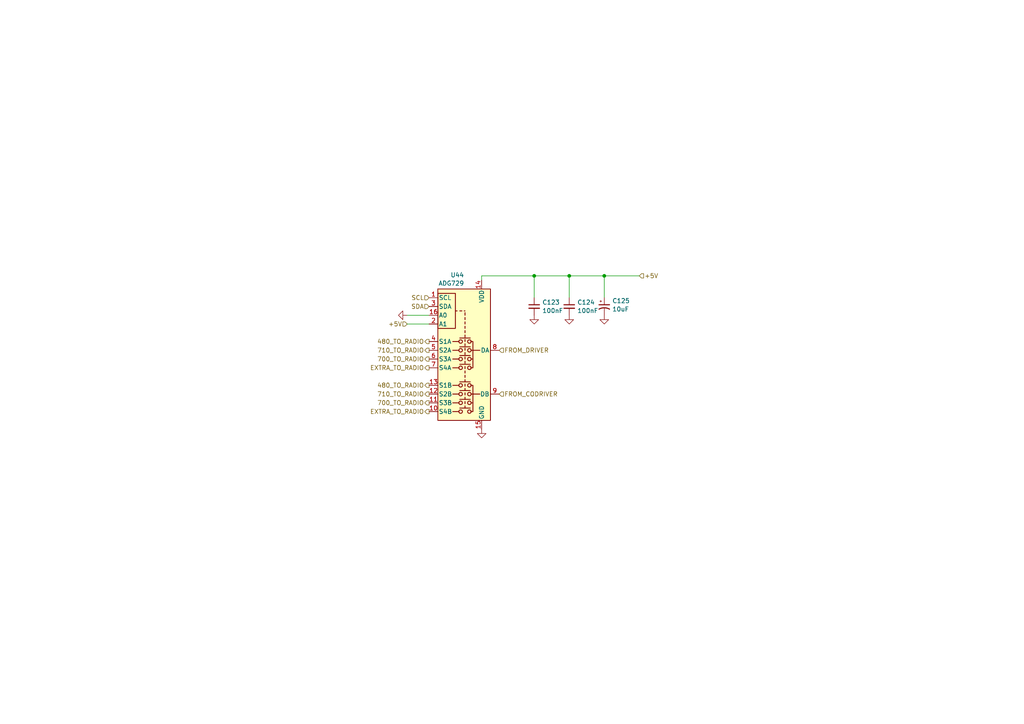
<source format=kicad_sch>
(kicad_sch (version 20250114) (generator "eeschema") (generator_version "9.0")
  (paper "A4")
  (lib_symbols
    (symbol "Analog_Switch:ADG729" (pin_names (offset 0.254))
      (property "Reference" "U" (at -7.62 20.955 0))
      (property "Value" "ADG729" (at -7.62 19.05 0))
      (symbol "ADG729_0_1"
        (rectangle (start -7.62 17.78) (end 7.62 -20.32) (stroke (width 0.254)) (fill (type background)))
        (rectangle (start -7.62 6.35) (end -2.54 16.51) (stroke (width 0.254)))
        (polyline (pts (xy -2.032 11.43) (xy -2.54 11.43)) (stroke (width 0.254)))
        (polyline (pts (xy -1.524 2.54) (xy -3.302 2.54)) (stroke (width 0.254)))
        (polyline (pts (xy -1.524 0) (xy -3.302 0)) (stroke (width 0.254)))
        (polyline (pts (xy -1.524 -2.54) (xy -3.302 -2.54)) (stroke (width 0.254)))
        (polyline (pts (xy -1.524 -5.08) (xy -3.302 -5.08)) (stroke (width 0.254)))
        (polyline (pts (xy -1.524 -10.16) (xy -3.302 -10.16)) (stroke (width 0.254)))
        (polyline (pts (xy -1.524 -12.7) (xy -3.302 -12.7)) (stroke (width 0.254)))
        (polyline (pts (xy -1.524 -15.24) (xy -3.302 -15.24)) (stroke (width 0.254)))
        (polyline (pts (xy -1.524 -17.78) (xy -3.302 -17.78)) (stroke (width 0.254)))
        (polyline (pts (xy -1.27 11.43) (xy -0.635 11.43)) (stroke (width 0.254)))
        (polyline (pts (xy -1.27 3.556) (xy 1.778 3.556)) (stroke (width 0.254)))
        (polyline (pts (xy -1.27 1.016) (xy 1.778 1.016)) (stroke (width 0.254)))
        (polyline (pts (xy -1.27 -1.524) (xy 1.778 -1.524)) (stroke (width 0.254)))
        (polyline (pts (xy -1.27 -4.064) (xy 1.778 -4.064)) (stroke (width 0.254)))
        (polyline (pts (xy -1.27 -9.144) (xy 1.778 -9.144)) (stroke (width 0.254)))
        (polyline (pts (xy -1.27 -11.684) (xy 1.778 -11.684)) (stroke (width 0.254)))
        (polyline (pts (xy -1.27 -14.224) (xy 1.778 -14.224)) (stroke (width 0.254)))
        (polyline (pts (xy -1.27 -16.764) (xy 1.778 -16.764)) (stroke (width 0.254)))
        (circle (center -1.016 2.54) (radius 0.508) (stroke (width 0.254)))
        (circle (center -1.016 0) (radius 0.508) (stroke (width 0.254)))
        (circle (center -1.016 -2.54) (radius 0.508) (stroke (width 0.254)))
        (circle (center -1.016 -5.08) (radius 0.508) (stroke (width 0.254)))
        (circle (center -1.016 -10.16) (radius 0.508) (stroke (width 0.254)))
        (circle (center -1.016 -12.7) (radius 0.508) (stroke (width 0.254)))
        (circle (center -1.016 -15.24) (radius 0.508) (stroke (width 0.254)))
        (circle (center -1.016 -17.78) (radius 0.508) (stroke (width 0.254)))
        (polyline (pts (xy 0.254 11.43) (xy 0 11.43)) (stroke (width 0.254)))
        (polyline (pts (xy 0.254 10.16) (xy 0.254 10.922)) (stroke (width 0.254)))
        (polyline (pts (xy 0.254 8.89) (xy 0.254 9.525)) (stroke (width 0.254)))
        (polyline (pts (xy 0.254 7.62) (xy 0.254 8.255)) (stroke (width 0.254)))
        (polyline (pts (xy 0.254 6.35) (xy 0.254 6.985)) (stroke (width 0.254)))
        (polyline (pts (xy 0.254 5.08) (xy 0.254 5.715)) (stroke (width 0.254)))
        (polyline (pts (xy 0.254 3.81) (xy 0.254 4.445)) (stroke (width 0.254)))
        (polyline (pts (xy 0.254 2.54) (xy 0.254 3.175)) (stroke (width 0.254)))
        (polyline (pts (xy 0.254 1.27) (xy 0.254 1.905)) (stroke (width 0.254)))
        (polyline (pts (xy 0.254 0) (xy 0.254 0.635)) (stroke (width 0.254)))
        (polyline (pts (xy 0.254 -1.27) (xy 0.254 -0.635)) (stroke (width 0.254)))
        (polyline (pts (xy 0.254 -2.54) (xy 0.254 -1.905)) (stroke (width 0.254)))
        (polyline (pts (xy 0.254 -3.81) (xy 0.254 -3.175)) (stroke (width 0.254)))
        (polyline (pts (xy 0.254 -5.334) (xy 0.254 -4.699)) (stroke (width 0.254)))
        (polyline (pts (xy 0.254 -6.604) (xy 0.254 -5.969)) (stroke (width 0.254)))
        (polyline (pts (xy 0.254 -7.874) (xy 0.254 -7.239)) (stroke (width 0.254)))
        (polyline (pts (xy 0.254 -9.144) (xy 0.254 -8.509)) (stroke (width 0.254)))
        (polyline (pts (xy 0.254 -10.414) (xy 0.254 -9.779)) (stroke (width 0.254)))
        (polyline (pts (xy 0.254 -11.684) (xy 0.254 -11.049)) (stroke (width 0.254)))
        (polyline (pts (xy 0.254 -12.954) (xy 0.254 -12.319)) (stroke (width 0.254)))
        (polyline (pts (xy 0.254 -14.224) (xy 0.254 -13.589)) (stroke (width 0.254)))
        (polyline (pts (xy 0.254 -15.494) (xy 0.254 -14.859)) (stroke (width 0.254)))
        (polyline (pts (xy 0.254 -16.764) (xy 0.254 -16.129)) (stroke (width 0.254)))
        (circle (center 1.524 2.54) (radius 0.508) (stroke (width 0.254)))
        (circle (center 1.524 0) (radius 0.508) (stroke (width 0.254)))
        (circle (center 1.524 -2.54) (radius 0.508) (stroke (width 0.254)))
        (circle (center 1.524 -5.08) (radius 0.508) (stroke (width 0.254)))
        (circle (center 1.524 -10.16) (radius 0.508) (stroke (width 0.254)))
        (circle (center 1.524 -12.7) (radius 0.508) (stroke (width 0.254)))
        (circle (center 1.524 -15.24) (radius 0.508) (stroke (width 0.254)))
        (circle (center 1.524 -17.78) (radius 0.508) (stroke (width 0.254)))
        (polyline (pts (xy 1.905 -5.08) (xy 2.54 -5.08) (xy 2.54 2.54) (xy 1.905 2.54)) (stroke (width 0.254)))
        (polyline (pts (xy 1.905 -10.16) (xy 2.54 -10.16) (xy 2.54 -17.78) (xy 1.905 -17.78)) (stroke (width 0.254)))
        (polyline (pts (xy 2.032 0) (xy 2.54 0)) (stroke (width 0.254)))
        (polyline (pts (xy 2.032 -2.54) (xy 2.54 -2.54)) (stroke (width 0.254)))
        (polyline (pts (xy 2.032 -12.7) (xy 2.54 -12.7)) (stroke (width 0.254)))
        (polyline (pts (xy 2.032 -15.24) (xy 2.54 -15.24)) (stroke (width 0.254)))
        (polyline (pts (xy 2.54 0) (xy 4.572 0)) (stroke (width 0.254)))
        (polyline (pts (xy 4.572 -12.7) (xy 2.54 -12.7)) (stroke (width 0.254)))
      )
      (symbol "ADG729_1_1"
        (pin input line (at -10.16 15.24 0) (length 2.54) (name "SCL") (number "1"))
        (pin bidirectional line (at -10.16 12.7 0) (length 2.54) (name "SDA") (number "3"))
        (pin input line (at -10.16 10.16 0) (length 2.54) (name "A0") (number "16"))
        (pin input line (at -10.16 7.62 0) (length 2.54) (name "A1") (number "2"))
        (pin bidirectional line (at -10.16 2.54 0) (length 2.54) (name "S1A") (number "4"))
        (pin bidirectional line (at -10.16 0 0) (length 2.54) (name "S2A") (number "5"))
        (pin bidirectional line (at -10.16 -2.54 0) (length 2.54) (name "S3A") (number "6"))
        (pin bidirectional line (at -10.16 -5.08 0) (length 2.54) (name "S4A") (number "7"))
        (pin bidirectional line (at -10.16 -10.16 0) (length 2.54) (name "S1B") (number "13"))
        (pin bidirectional line (at -10.16 -12.7 0) (length 2.54) (name "S2B") (number "12"))
        (pin bidirectional line (at -10.16 -15.24 0) (length 2.54) (name "S3B") (number "11"))
        (pin bidirectional line (at -10.16 -17.78 0) (length 2.54) (name "S4B") (number "10"))
        (pin power_in line (at 5.08 20.32 270) (length 2.54) (name "VDD") (number "14"))
        (pin power_in line (at 5.08 -22.86 90) (length 2.54) (name "GND") (number "15"))
        (pin bidirectional line (at 10.16 0 180) (length 2.54) (name "DA") (number "8"))
        (pin bidirectional line (at 10.16 -12.7 180) (length 2.54) (name "DB") (number "9"))
      )
    )
    (symbol "Device:C_Polarized_Small_US" (pin_numbers (hide yes)) (pin_names (offset 0.254) (hide yes))
      (property "Reference" "C" (at 0.254 1.778 0))
      (property "Value" "C_Polarized_Small_US" (at 0.254 -2.032 0))
      (symbol "C_Polarized_Small_US_0_1"
        (polyline (pts (xy -1.524 0.508) (xy 1.524 0.508)) (stroke (width 0.3048)))
        (polyline (pts (xy -1.27 1.524) (xy -0.762 1.524)))
        (polyline (pts (xy -1.016 1.27) (xy -1.016 1.778)))
        (arc (start -1.524 -0.762) (mid 0 -0.3734) (end 1.524 -0.762) (stroke (width 0.3048)))
      )
      (symbol "C_Polarized_Small_US_1_1"
        (pin passive line (at 0 2.54 270) (length 2.032) (name "~") (number "1"))
        (pin passive line (at 0 -2.54 90) (length 2.032) (name "~") (number "2"))
      )
    )
    (symbol "Device:C_Small" (pin_numbers (hide yes)) (pin_names (offset 0.254) (hide yes))
      (property "Reference" "C" (at 0.254 1.778 0))
      (property "Value" "C_Small" (at 0.254 -2.032 0))
      (symbol "C_Small_0_1"
        (polyline (pts (xy -1.524 0.508) (xy 1.524 0.508)) (stroke (width 0.3048)))
        (polyline (pts (xy -1.524 -0.508) (xy 1.524 -0.508)) (stroke (width 0.3302)))
      )
      (symbol "C_Small_1_1"
        (pin passive line (at 0 2.54 270) (length 2.032) (name "~") (number "1"))
        (pin passive line (at 0 -2.54 90) (length 2.032) (name "~") (number "2"))
      )
    )
    (symbol "power:GND" (power) (pin_numbers (hide yes)) (pin_names (offset 0) (hide yes))
      (property "Value" "GND" (at 0 -3.81 0))
      (symbol "GND_0_1"
        (polyline (pts (xy 0 0) (xy 0 -1.27) (xy 1.27 -1.27) (xy 0 -2.54) (xy -1.27 -1.27) (xy 0 -1.27)))
      )
      (symbol "GND_1_1"
        (pin power_in line (at 0 0 270) (length 0) (name "~") (number "1"))
      )
    )
  )
  (junction (at 165.1 80.01))
  (junction (at 154.94 80.01))
  (junction (at 175.26 80.01))
  (wire (pts (xy 154.94 80.01) (xy 154.94 86.36)))
  (wire (pts (xy 185.42 80.01) (xy 175.26 80.01)))
  (wire (pts (xy 165.1 80.01) (xy 165.1 86.36)))
  (wire (pts (xy 118.11 93.98) (xy 124.46 93.98)))
  (wire (pts (xy 175.26 80.01) (xy 165.1 80.01)))
  (wire (pts (xy 175.26 80.01) (xy 175.26 86.36)))
  (wire (pts (xy 154.94 80.01) (xy 139.7 80.01)))
  (wire (pts (xy 118.11 91.44) (xy 124.46 91.44)))
  (wire (pts (xy 139.7 80.01) (xy 139.7 81.28)))
  (wire (pts (xy 165.1 80.01) (xy 154.94 80.01)))
  (hierarchical_label "SDA" (shape input) (at 124.46 88.9 180))
  (hierarchical_label "480_TO_RADIO" (shape output) (at 124.46 111.76 180))
  (hierarchical_label "710_TO_RADIO" (shape output) (at 124.46 101.6 180))
  (hierarchical_label "700_TO_RADIO" (shape output) (at 124.46 116.84 180))
  (hierarchical_label "480_TO_RADIO" (shape output) (at 124.46 99.06 180))
  (hierarchical_label "+5V" (shape input) (at 118.11 93.98 180))
  (hierarchical_label "FROM_DRIVER" (shape input) (at 144.78 101.6 0))
  (hierarchical_label "+5V" (shape input) (at 185.42 80.01 0))
  (hierarchical_label "710_TO_RADIO" (shape output) (at 124.46 114.3 180))
  (hierarchical_label "EXTRA_TO_RADIO" (shape output) (at 124.46 106.68 180))
  (hierarchical_label "700_TO_RADIO" (shape output) (at 124.46 104.14 180))
  (hierarchical_label "SCL" (shape input) (at 124.46 86.36 180))
  (hierarchical_label "EXTRA_TO_RADIO" (shape output) (at 124.46 119.38 180))
  (hierarchical_label "FROM_CODRIVER" (shape input) (at 144.78 114.3 0))
  (symbol (lib_id "Device:C_Small") (at 154.94 88.9 0) (unit 1)
    (property "Reference" "C123" (at 157.2641 87.6941 0) (effects (justify left)))
    (property "Value" "100nF" (at 157.2641 90.1184 0) (effects (justify left)))
    (property "Description" "Unpolarized capacitor, small symbol" (effects (hide yes)))
  )
  (symbol (lib_id "Analog_Switch:ADG729") (at 134.62 101.6 0) (unit 1)
    (property "Reference" "U44" (at 134.62 79.756 0) (effects (justify right)))
    (property "Value" "ADG729" (at 134.62 82.1803 0) (effects (justify right)))
    (property "Footprint" "Package_SO:TSSOP-16_4.4x5mm_P0.65mm" (effects (hide yes)))
    (property "Datasheet" "https://www.analog.com/media/en/technical-documentation/data-sheets/ADG728_729.pdf" (effects (hide yes)))
    (property "Description" "Dual 4-to-1 CMOS Low Voltage 2-Wire Serially Controlled, Matrix Switches" (effects (hide yes)))
  )
  (symbol (lib_id "Device:C_Polarized_Small_US") (at 175.26 88.9 0) (unit 1)
    (property "Reference" "C125" (at 177.5714 87.256 0) (effects (justify left)))
    (property "Value" "10uF" (at 177.5714 89.6803 0) (effects (justify left)))
    (property "Description" "Polarized capacitor, small US symbol" (effects (hide yes)))
  )
  (symbol (lib_id "power:GND") (at 139.7 124.46 0) (unit 1)
    (property "Reference" "#PWR0265" (effects (hide yes)))
    (property "Value" "GND" (effects (hide yes)))
    (property "Description" "Power symbol creates a global label with name \"GND\" , ground" (effects (hide yes)))
  )
  (symbol (lib_id "power:GND") (at 165.1 91.44 0) (unit 1)
    (property "Reference" "#PWR0267" (effects (hide yes)))
    (property "Value" "GND" (effects (hide yes)))
    (property "Description" "Power symbol creates a global label with name \"GND\" , ground" (effects (hide yes)))
  )
  (symbol (lib_id "power:GND") (at 154.94 91.44 0) (unit 1)
    (property "Reference" "#PWR0266" (effects (hide yes)))
    (property "Value" "GND" (effects (hide yes)))
    (property "Description" "Power symbol creates a global label with name \"GND\" , ground" (effects (hide yes)))
  )
  (symbol (lib_id "power:GND") (at 118.11 91.44 270) (unit 1)
    (property "Reference" "#PWR0273" (effects (hide yes)))
    (property "Value" "GND" (effects (hide yes)))
    (property "Description" "Power symbol creates a global label with name \"GND\" , ground" (effects (hide yes)))
  )
  (symbol (lib_id "power:GND") (at 175.26 91.44 0) (unit 1)
    (property "Reference" "#PWR0268" (effects (hide yes)))
    (property "Value" "GND" (effects (hide yes)))
    (property "Description" "Power symbol creates a global label with name \"GND\" , ground" (effects (hide yes)))
  )
  (symbol (lib_id "Device:C_Small") (at 165.1 88.9 0) (unit 1)
    (property "Reference" "C124" (at 167.4241 87.6941 0) (effects (justify left)))
    (property "Value" "100nF" (at 167.4241 90.1184 0) (effects (justify left)))
    (property "Description" "Unpolarized capacitor, small symbol" (effects (hide yes)))
  )
)
</source>
